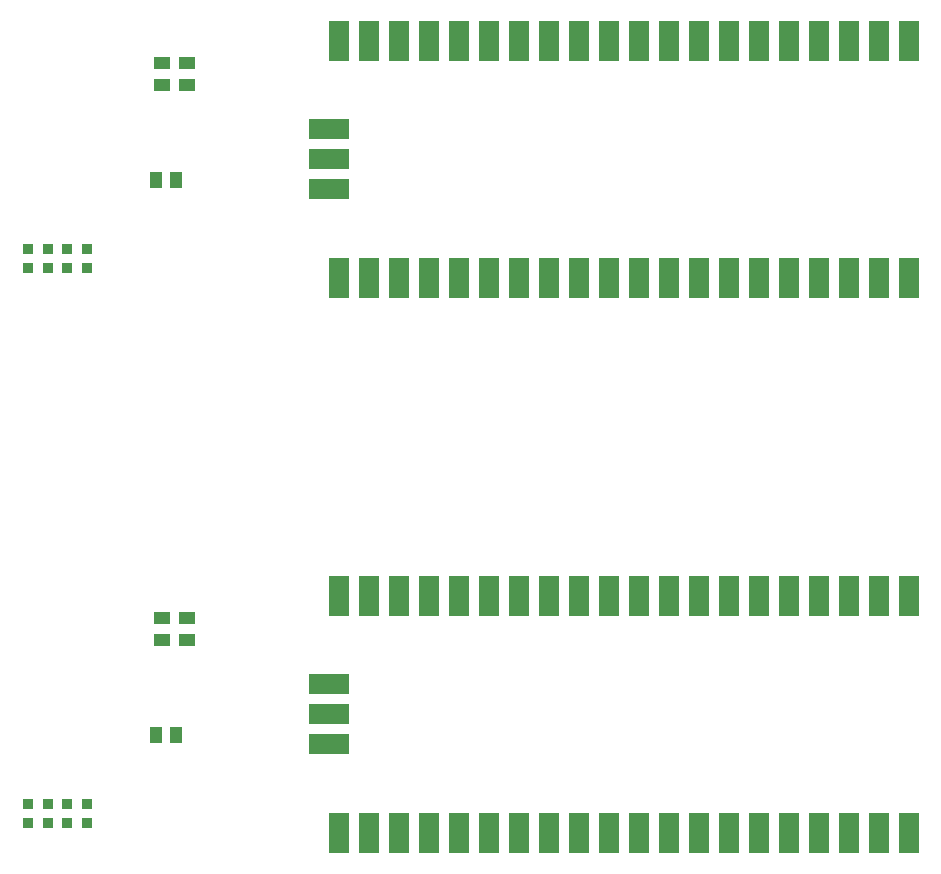
<source format=gbr>
G04 EAGLE Gerber RS-274X export*
G75*
%MOMM*%
%FSLAX34Y34*%
%LPD*%
%INSolderpaste Top*%
%IPPOS*%
%AMOC8*
5,1,8,0,0,1.08239X$1,22.5*%
G01*
%ADD10R,1.700000X3.500000*%
%ADD11R,3.500000X1.700000*%
%ADD12R,1.400000X1.000000*%
%ADD13R,0.950000X0.900000*%
%ADD14R,1.020000X1.470000*%


D10*
X1581150Y624510D03*
X1555750Y624510D03*
X1530350Y624510D03*
X1504950Y624510D03*
X1479550Y624510D03*
X1454150Y624510D03*
X1428750Y624510D03*
X1403350Y624510D03*
X1377950Y624510D03*
X1352550Y624510D03*
X1327150Y624510D03*
X1301750Y624510D03*
X1276350Y624510D03*
X1250950Y624510D03*
X1225550Y624510D03*
X1200150Y624510D03*
X1174750Y624510D03*
X1149350Y624510D03*
X1123950Y624510D03*
X1098550Y624510D03*
X1098550Y424510D03*
X1123950Y424510D03*
X1149350Y424510D03*
X1174750Y424510D03*
X1200150Y424510D03*
X1225550Y424510D03*
X1250950Y424510D03*
X1276350Y424510D03*
X1301750Y424510D03*
X1327150Y424510D03*
X1352550Y424510D03*
X1377950Y424510D03*
X1403350Y424510D03*
X1428750Y424510D03*
X1454150Y424510D03*
X1479550Y424510D03*
X1504950Y424510D03*
X1530350Y424510D03*
X1555750Y424510D03*
X1581150Y424510D03*
D11*
X1090600Y549910D03*
X1090600Y524510D03*
X1090600Y499110D03*
D12*
X970280Y606400D03*
X970280Y587400D03*
X948690Y606400D03*
X948690Y587400D03*
D13*
X835660Y432690D03*
X835660Y448690D03*
X852170Y432690D03*
X852170Y448690D03*
X868680Y432690D03*
X868680Y448690D03*
X885190Y432690D03*
X885190Y448690D03*
D14*
X944400Y506730D03*
X960600Y506730D03*
D10*
X1581150Y154610D03*
X1555750Y154610D03*
X1530350Y154610D03*
X1504950Y154610D03*
X1479550Y154610D03*
X1454150Y154610D03*
X1428750Y154610D03*
X1403350Y154610D03*
X1377950Y154610D03*
X1352550Y154610D03*
X1327150Y154610D03*
X1301750Y154610D03*
X1276350Y154610D03*
X1250950Y154610D03*
X1225550Y154610D03*
X1200150Y154610D03*
X1174750Y154610D03*
X1149350Y154610D03*
X1123950Y154610D03*
X1098550Y154610D03*
X1098550Y-45390D03*
X1123950Y-45390D03*
X1149350Y-45390D03*
X1174750Y-45390D03*
X1200150Y-45390D03*
X1225550Y-45390D03*
X1250950Y-45390D03*
X1276350Y-45390D03*
X1301750Y-45390D03*
X1327150Y-45390D03*
X1352550Y-45390D03*
X1377950Y-45390D03*
X1403350Y-45390D03*
X1428750Y-45390D03*
X1454150Y-45390D03*
X1479550Y-45390D03*
X1504950Y-45390D03*
X1530350Y-45390D03*
X1555750Y-45390D03*
X1581150Y-45390D03*
D11*
X1090600Y80010D03*
X1090600Y54610D03*
X1090600Y29210D03*
D12*
X970280Y136500D03*
X970280Y117500D03*
X948690Y136500D03*
X948690Y117500D03*
D13*
X835660Y-37210D03*
X835660Y-21210D03*
X852170Y-37210D03*
X852170Y-21210D03*
X868680Y-37210D03*
X868680Y-21210D03*
X885190Y-37210D03*
X885190Y-21210D03*
D14*
X944400Y36830D03*
X960600Y36830D03*
M02*

</source>
